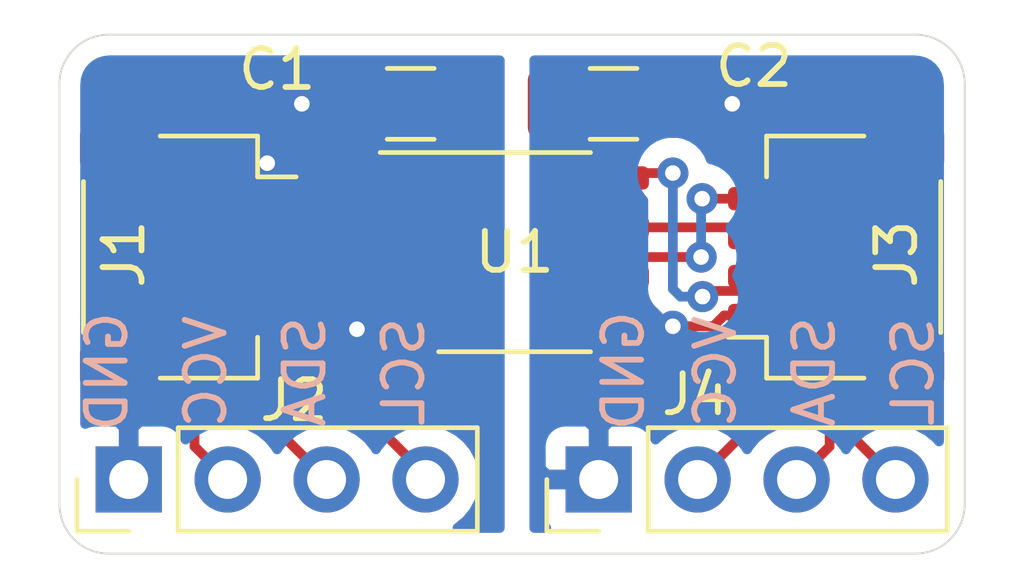
<source format=kicad_pcb>
(kicad_pcb (version 20171130) (host pcbnew "(5.1.2-1)-1")

  (general
    (thickness 1.6)
    (drawings 17)
    (tracks 82)
    (zones 0)
    (modules 7)
    (nets 9)
  )

  (page A4)
  (layers
    (0 F.Cu signal)
    (31 B.Cu signal)
    (32 B.Adhes user)
    (33 F.Adhes user)
    (34 B.Paste user)
    (35 F.Paste user)
    (36 B.SilkS user)
    (37 F.SilkS user)
    (38 B.Mask user)
    (39 F.Mask user)
    (40 Dwgs.User user)
    (41 Cmts.User user)
    (42 Eco1.User user)
    (43 Eco2.User user)
    (44 Edge.Cuts user)
    (45 Margin user)
    (46 B.CrtYd user)
    (47 F.CrtYd user)
    (48 B.Fab user)
    (49 F.Fab user)
  )

  (setup
    (last_trace_width 0.25)
    (trace_clearance 0.2)
    (zone_clearance 0.508)
    (zone_45_only no)
    (trace_min 0.2)
    (via_size 0.8)
    (via_drill 0.4)
    (via_min_size 0.4)
    (via_min_drill 0.3)
    (uvia_size 0.3)
    (uvia_drill 0.1)
    (uvias_allowed no)
    (uvia_min_size 0.2)
    (uvia_min_drill 0.1)
    (edge_width 0.05)
    (segment_width 0.2)
    (pcb_text_width 0.3)
    (pcb_text_size 1.5 1.5)
    (mod_edge_width 0.12)
    (mod_text_size 1 1)
    (mod_text_width 0.15)
    (pad_size 1.524 1.524)
    (pad_drill 0.762)
    (pad_to_mask_clearance 0.051)
    (solder_mask_min_width 0.25)
    (aux_axis_origin 0 0)
    (visible_elements FFFFFF7F)
    (pcbplotparams
      (layerselection 0x010fc_ffffffff)
      (usegerberextensions false)
      (usegerberattributes false)
      (usegerberadvancedattributes false)
      (creategerberjobfile false)
      (excludeedgelayer true)
      (linewidth 0.100000)
      (plotframeref false)
      (viasonmask false)
      (mode 1)
      (useauxorigin false)
      (hpglpennumber 1)
      (hpglpenspeed 20)
      (hpglpendiameter 15.000000)
      (psnegative false)
      (psa4output false)
      (plotreference true)
      (plotvalue true)
      (plotinvisibletext false)
      (padsonsilk false)
      (subtractmaskfromsilk false)
      (outputformat 1)
      (mirror false)
      (drillshape 1)
      (scaleselection 1)
      (outputdirectory ""))
  )

  (net 0 "")
  (net 1 /VCC1)
  (net 2 /GND1)
  (net 3 /SCL1)
  (net 4 /SDA1)
  (net 5 /VCC2)
  (net 6 /GND2)
  (net 7 /SCL2)
  (net 8 /SDA2)

  (net_class Default "This is the default net class."
    (clearance 0.2)
    (trace_width 0.25)
    (via_dia 0.8)
    (via_drill 0.4)
    (uvia_dia 0.3)
    (uvia_drill 0.1)
    (add_net /GND1)
    (add_net /GND2)
    (add_net /SCL1)
    (add_net /SCL2)
    (add_net /SDA1)
    (add_net /SDA2)
    (add_net /VCC1)
    (add_net /VCC2)
  )

  (module Connector_PinHeader_2.54mm:PinHeader_1x04_P2.54mm_Vertical (layer F.Cu) (tedit 59FED5CC) (tstamp 5D6FF36E)
    (at 157.353 98.425 90)
    (descr "Through hole straight pin header, 1x04, 2.54mm pitch, single row")
    (tags "Through hole pin header THT 1x04 2.54mm single row")
    (path /5D719BDF)
    (fp_text reference J4 (at 2.1844 2.4892 180) (layer F.SilkS)
      (effects (font (size 1 1) (thickness 0.15)))
    )
    (fp_text value header (at 0 9.95 90) (layer F.Fab)
      (effects (font (size 1 1) (thickness 0.15)))
    )
    (fp_text user %R (at 0 3.81 180) (layer F.Fab)
      (effects (font (size 1 1) (thickness 0.15)))
    )
    (fp_line (start 1.8 -1.8) (end -1.8 -1.8) (layer F.CrtYd) (width 0.05))
    (fp_line (start 1.8 9.4) (end 1.8 -1.8) (layer F.CrtYd) (width 0.05))
    (fp_line (start -1.8 9.4) (end 1.8 9.4) (layer F.CrtYd) (width 0.05))
    (fp_line (start -1.8 -1.8) (end -1.8 9.4) (layer F.CrtYd) (width 0.05))
    (fp_line (start -1.33 -1.33) (end 0 -1.33) (layer F.SilkS) (width 0.12))
    (fp_line (start -1.33 0) (end -1.33 -1.33) (layer F.SilkS) (width 0.12))
    (fp_line (start -1.33 1.27) (end 1.33 1.27) (layer F.SilkS) (width 0.12))
    (fp_line (start 1.33 1.27) (end 1.33 8.95) (layer F.SilkS) (width 0.12))
    (fp_line (start -1.33 1.27) (end -1.33 8.95) (layer F.SilkS) (width 0.12))
    (fp_line (start -1.33 8.95) (end 1.33 8.95) (layer F.SilkS) (width 0.12))
    (fp_line (start -1.27 -0.635) (end -0.635 -1.27) (layer F.Fab) (width 0.1))
    (fp_line (start -1.27 8.89) (end -1.27 -0.635) (layer F.Fab) (width 0.1))
    (fp_line (start 1.27 8.89) (end -1.27 8.89) (layer F.Fab) (width 0.1))
    (fp_line (start 1.27 -1.27) (end 1.27 8.89) (layer F.Fab) (width 0.1))
    (fp_line (start -0.635 -1.27) (end 1.27 -1.27) (layer F.Fab) (width 0.1))
    (pad 4 thru_hole oval (at 0 7.62 90) (size 1.7 1.7) (drill 1) (layers *.Cu *.Mask)
      (net 7 /SCL2))
    (pad 3 thru_hole oval (at 0 5.08 90) (size 1.7 1.7) (drill 1) (layers *.Cu *.Mask)
      (net 8 /SDA2))
    (pad 2 thru_hole oval (at 0 2.54 90) (size 1.7 1.7) (drill 1) (layers *.Cu *.Mask)
      (net 5 /VCC2))
    (pad 1 thru_hole rect (at 0 0 90) (size 1.7 1.7) (drill 1) (layers *.Cu *.Mask)
      (net 6 /GND2))
    (model ${KISYS3DMOD}/Connector_PinHeader_2.54mm.3dshapes/PinHeader_1x04_P2.54mm_Vertical.wrl
      (at (xyz 0 0 0))
      (scale (xyz 1 1 1))
      (rotate (xyz 0 0 0))
    )
  )

  (module Package_SO:SOIC-8_3.9x4.9mm_P1.27mm (layer F.Cu) (tedit 5C97300E) (tstamp 5D704871)
    (at 155.194 92.583)
    (descr "SOIC, 8 Pin (JEDEC MS-012AA, https://www.analog.com/media/en/package-pcb-resources/package/pkg_pdf/soic_narrow-r/r_8.pdf), generated with kicad-footprint-generator ipc_gullwing_generator.py")
    (tags "SOIC SO")
    (path /5D6FDEED)
    (attr smd)
    (fp_text reference U1 (at 0 0) (layer F.SilkS)
      (effects (font (size 1 1) (thickness 0.15)))
    )
    (fp_text value ISO1540 (at 0 3.4) (layer F.Fab)
      (effects (font (size 1 1) (thickness 0.15)))
    )
    (fp_text user %R (at 0 0) (layer F.Fab)
      (effects (font (size 0.98 0.98) (thickness 0.15)))
    )
    (fp_line (start 3.7 -2.7) (end -3.7 -2.7) (layer F.CrtYd) (width 0.05))
    (fp_line (start 3.7 2.7) (end 3.7 -2.7) (layer F.CrtYd) (width 0.05))
    (fp_line (start -3.7 2.7) (end 3.7 2.7) (layer F.CrtYd) (width 0.05))
    (fp_line (start -3.7 -2.7) (end -3.7 2.7) (layer F.CrtYd) (width 0.05))
    (fp_line (start -1.95 -1.475) (end -0.975 -2.45) (layer F.Fab) (width 0.1))
    (fp_line (start -1.95 2.45) (end -1.95 -1.475) (layer F.Fab) (width 0.1))
    (fp_line (start 1.95 2.45) (end -1.95 2.45) (layer F.Fab) (width 0.1))
    (fp_line (start 1.95 -2.45) (end 1.95 2.45) (layer F.Fab) (width 0.1))
    (fp_line (start -0.975 -2.45) (end 1.95 -2.45) (layer F.Fab) (width 0.1))
    (fp_line (start 0 -2.56) (end -3.45 -2.56) (layer F.SilkS) (width 0.12))
    (fp_line (start 0 -2.56) (end 1.95 -2.56) (layer F.SilkS) (width 0.12))
    (fp_line (start 0 2.56) (end -1.95 2.56) (layer F.SilkS) (width 0.12))
    (fp_line (start 0 2.56) (end 1.95 2.56) (layer F.SilkS) (width 0.12))
    (pad 8 smd roundrect (at 2.475 -1.905) (size 1.95 0.6) (layers F.Cu F.Paste F.Mask) (roundrect_rratio 0.25)
      (net 5 /VCC2))
    (pad 7 smd roundrect (at 2.475 -0.635) (size 1.95 0.6) (layers F.Cu F.Paste F.Mask) (roundrect_rratio 0.25)
      (net 8 /SDA2))
    (pad 6 smd roundrect (at 2.475 0.635) (size 1.95 0.6) (layers F.Cu F.Paste F.Mask) (roundrect_rratio 0.25)
      (net 7 /SCL2))
    (pad 5 smd roundrect (at 2.475 1.905) (size 1.95 0.6) (layers F.Cu F.Paste F.Mask) (roundrect_rratio 0.25)
      (net 6 /GND2))
    (pad 4 smd roundrect (at -2.475 1.905) (size 1.95 0.6) (layers F.Cu F.Paste F.Mask) (roundrect_rratio 0.25)
      (net 2 /GND1))
    (pad 3 smd roundrect (at -2.475 0.635) (size 1.95 0.6) (layers F.Cu F.Paste F.Mask) (roundrect_rratio 0.25)
      (net 3 /SCL1))
    (pad 2 smd roundrect (at -2.475 -0.635) (size 1.95 0.6) (layers F.Cu F.Paste F.Mask) (roundrect_rratio 0.25)
      (net 4 /SDA1))
    (pad 1 smd roundrect (at -2.475 -1.905) (size 1.95 0.6) (layers F.Cu F.Paste F.Mask) (roundrect_rratio 0.25)
      (net 1 /VCC1))
    (model ${KISYS3DMOD}/Package_SO.3dshapes/SOIC-8_3.9x4.9mm_P1.27mm.wrl
      (at (xyz 0 0 0))
      (scale (xyz 1 1 1))
      (rotate (xyz 0 0 0))
    )
  )

  (module Connector_JST:JST_SH_SM04B-SRSS-TB_1x04-1MP_P1.00mm_Horizontal (layer F.Cu) (tedit 5B78AD87) (tstamp 5D6FF3BC)
    (at 163.449 92.71 90)
    (descr "JST SH series connector, SM04B-SRSS-TB (http://www.jst-mfg.com/product/pdf/eng/eSH.pdf), generated with kicad-footprint-generator")
    (tags "connector JST SH top entry")
    (path /5D72AD01)
    (attr smd)
    (fp_text reference J3 (at 0.0762 1.5494 90) (layer F.SilkS)
      (effects (font (size 1 1) (thickness 0.15)))
    )
    (fp_text value qwiik (at 0 3.98 90) (layer F.Fab)
      (effects (font (size 1 1) (thickness 0.15)))
    )
    (fp_text user %R (at -0.127 0.1016 90) (layer F.Fab)
      (effects (font (size 1 1) (thickness 0.15)))
    )
    (fp_line (start -1.5 -0.967893) (end -1 -1.675) (layer F.Fab) (width 0.1))
    (fp_line (start -2 -1.675) (end -1.5 -0.967893) (layer F.Fab) (width 0.1))
    (fp_line (start 3.9 -3.28) (end -3.9 -3.28) (layer F.CrtYd) (width 0.05))
    (fp_line (start 3.9 3.28) (end 3.9 -3.28) (layer F.CrtYd) (width 0.05))
    (fp_line (start -3.9 3.28) (end 3.9 3.28) (layer F.CrtYd) (width 0.05))
    (fp_line (start -3.9 -3.28) (end -3.9 3.28) (layer F.CrtYd) (width 0.05))
    (fp_line (start 3 -1.675) (end 3 2.575) (layer F.Fab) (width 0.1))
    (fp_line (start -3 -1.675) (end -3 2.575) (layer F.Fab) (width 0.1))
    (fp_line (start -3 2.575) (end 3 2.575) (layer F.Fab) (width 0.1))
    (fp_line (start -1.94 2.685) (end 1.94 2.685) (layer F.SilkS) (width 0.12))
    (fp_line (start 3.11 -1.785) (end 2.06 -1.785) (layer F.SilkS) (width 0.12))
    (fp_line (start 3.11 0.715) (end 3.11 -1.785) (layer F.SilkS) (width 0.12))
    (fp_line (start -2.06 -1.785) (end -2.06 -2.775) (layer F.SilkS) (width 0.12))
    (fp_line (start -3.11 -1.785) (end -2.06 -1.785) (layer F.SilkS) (width 0.12))
    (fp_line (start -3.11 0.715) (end -3.11 -1.785) (layer F.SilkS) (width 0.12))
    (fp_line (start -3 -1.675) (end 3 -1.675) (layer F.Fab) (width 0.1))
    (pad MP smd roundrect (at 2.8 1.875 90) (size 1.2 1.8) (layers F.Cu F.Paste F.Mask) (roundrect_rratio 0.208333))
    (pad MP smd roundrect (at -2.8 1.875 90) (size 1.2 1.8) (layers F.Cu F.Paste F.Mask) (roundrect_rratio 0.208333))
    (pad 4 smd roundrect (at 1.5 -2 90) (size 0.6 1.55) (layers F.Cu F.Paste F.Mask) (roundrect_rratio 0.25)
      (net 7 /SCL2))
    (pad 3 smd roundrect (at 0.5 -2 90) (size 0.6 1.55) (layers F.Cu F.Paste F.Mask) (roundrect_rratio 0.25)
      (net 8 /SDA2))
    (pad 2 smd roundrect (at -0.5 -2 90) (size 0.6 1.55) (layers F.Cu F.Paste F.Mask) (roundrect_rratio 0.25)
      (net 5 /VCC2))
    (pad 1 smd roundrect (at -1.5 -2 90) (size 0.6 1.55) (layers F.Cu F.Paste F.Mask) (roundrect_rratio 0.25)
      (net 6 /GND2))
    (model ${KISYS3DMOD}/Connector_JST.3dshapes/JST_SH_SM04B-SRSS-TB_1x04-1MP_P1.00mm_Horizontal.wrl
      (at (xyz 0 0 0))
      (scale (xyz 1 1 1))
      (rotate (xyz 0 0 0))
    )
  )

  (module Connector_PinHeader_2.54mm:PinHeader_1x04_P2.54mm_Vertical (layer F.Cu) (tedit 59FED5CC) (tstamp 5D704815)
    (at 145.288 98.425 90)
    (descr "Through hole straight pin header, 1x04, 2.54mm pitch, single row")
    (tags "Through hole pin header THT 1x04 2.54mm single row")
    (path /5D700BE0)
    (fp_text reference J2 (at 2.032 4.2418 180) (layer F.SilkS)
      (effects (font (size 1 1) (thickness 0.15)))
    )
    (fp_text value header (at 0 9.95 90) (layer F.Fab)
      (effects (font (size 1 1) (thickness 0.15)))
    )
    (fp_text user %R (at 0 3.81) (layer F.Fab)
      (effects (font (size 1 1) (thickness 0.15)))
    )
    (fp_line (start 1.8 -1.8) (end -1.8 -1.8) (layer F.CrtYd) (width 0.05))
    (fp_line (start 1.8 9.4) (end 1.8 -1.8) (layer F.CrtYd) (width 0.05))
    (fp_line (start -1.8 9.4) (end 1.8 9.4) (layer F.CrtYd) (width 0.05))
    (fp_line (start -1.8 -1.8) (end -1.8 9.4) (layer F.CrtYd) (width 0.05))
    (fp_line (start -1.33 -1.33) (end 0 -1.33) (layer F.SilkS) (width 0.12))
    (fp_line (start -1.33 0) (end -1.33 -1.33) (layer F.SilkS) (width 0.12))
    (fp_line (start -1.33 1.27) (end 1.33 1.27) (layer F.SilkS) (width 0.12))
    (fp_line (start 1.33 1.27) (end 1.33 8.95) (layer F.SilkS) (width 0.12))
    (fp_line (start -1.33 1.27) (end -1.33 8.95) (layer F.SilkS) (width 0.12))
    (fp_line (start -1.33 8.95) (end 1.33 8.95) (layer F.SilkS) (width 0.12))
    (fp_line (start -1.27 -0.635) (end -0.635 -1.27) (layer F.Fab) (width 0.1))
    (fp_line (start -1.27 8.89) (end -1.27 -0.635) (layer F.Fab) (width 0.1))
    (fp_line (start 1.27 8.89) (end -1.27 8.89) (layer F.Fab) (width 0.1))
    (fp_line (start 1.27 -1.27) (end 1.27 8.89) (layer F.Fab) (width 0.1))
    (fp_line (start -0.635 -1.27) (end 1.27 -1.27) (layer F.Fab) (width 0.1))
    (pad 4 thru_hole oval (at 0 7.62 90) (size 1.7 1.7) (drill 1) (layers *.Cu *.Mask)
      (net 3 /SCL1))
    (pad 3 thru_hole oval (at 0 5.08 90) (size 1.7 1.7) (drill 1) (layers *.Cu *.Mask)
      (net 4 /SDA1))
    (pad 2 thru_hole oval (at 0 2.54 90) (size 1.7 1.7) (drill 1) (layers *.Cu *.Mask)
      (net 1 /VCC1))
    (pad 1 thru_hole rect (at 0 0 90) (size 1.7 1.7) (drill 1) (layers *.Cu *.Mask)
      (net 2 /GND1))
    (model ${KISYS3DMOD}/Connector_PinHeader_2.54mm.3dshapes/PinHeader_1x04_P2.54mm_Vertical.wrl
      (at (xyz 0 0 0))
      (scale (xyz 1 1 1))
      (rotate (xyz 0 0 0))
    )
  )

  (module Connector_JST:JST_SH_SM04B-SRSS-TB_1x04-1MP_P1.00mm_Horizontal (layer F.Cu) (tedit 5B78AD87) (tstamp 5D705500)
    (at 146.812 92.71 270)
    (descr "JST SH series connector, SM04B-SRSS-TB (http://www.jst-mfg.com/product/pdf/eng/eSH.pdf), generated with kicad-footprint-generator")
    (tags "connector JST SH top entry")
    (path /5D72FCD4)
    (attr smd)
    (fp_text reference J1 (at -0.0762 1.651 90) (layer F.SilkS)
      (effects (font (size 1 1) (thickness 0.15)))
    )
    (fp_text value qwiik (at 0 3.98 90) (layer F.Fab)
      (effects (font (size 1 1) (thickness 0.15)))
    )
    (fp_text user %R (at 0 0 180) (layer F.Fab)
      (effects (font (size 1 1) (thickness 0.15)))
    )
    (fp_line (start -1.5 -0.967893) (end -1 -1.675) (layer F.Fab) (width 0.1))
    (fp_line (start -2 -1.675) (end -1.5 -0.967893) (layer F.Fab) (width 0.1))
    (fp_line (start 3.9 -3.28) (end -3.9 -3.28) (layer F.CrtYd) (width 0.05))
    (fp_line (start 3.9 3.28) (end 3.9 -3.28) (layer F.CrtYd) (width 0.05))
    (fp_line (start -3.9 3.28) (end 3.9 3.28) (layer F.CrtYd) (width 0.05))
    (fp_line (start -3.9 -3.28) (end -3.9 3.28) (layer F.CrtYd) (width 0.05))
    (fp_line (start 3 -1.675) (end 3 2.575) (layer F.Fab) (width 0.1))
    (fp_line (start -3 -1.675) (end -3 2.575) (layer F.Fab) (width 0.1))
    (fp_line (start -3 2.575) (end 3 2.575) (layer F.Fab) (width 0.1))
    (fp_line (start -1.94 2.685) (end 1.94 2.685) (layer F.SilkS) (width 0.12))
    (fp_line (start 3.11 -1.785) (end 2.06 -1.785) (layer F.SilkS) (width 0.12))
    (fp_line (start 3.11 0.715) (end 3.11 -1.785) (layer F.SilkS) (width 0.12))
    (fp_line (start -2.06 -1.785) (end -2.06 -2.775) (layer F.SilkS) (width 0.12))
    (fp_line (start -3.11 -1.785) (end -2.06 -1.785) (layer F.SilkS) (width 0.12))
    (fp_line (start -3.11 0.715) (end -3.11 -1.785) (layer F.SilkS) (width 0.12))
    (fp_line (start -3 -1.675) (end 3 -1.675) (layer F.Fab) (width 0.1))
    (pad MP smd roundrect (at 2.8 1.875 270) (size 1.2 1.8) (layers F.Cu F.Paste F.Mask) (roundrect_rratio 0.208333))
    (pad MP smd roundrect (at -2.8 1.875 270) (size 1.2 1.8) (layers F.Cu F.Paste F.Mask) (roundrect_rratio 0.208333))
    (pad 4 smd roundrect (at 1.5 -2 270) (size 0.6 1.55) (layers F.Cu F.Paste F.Mask) (roundrect_rratio 0.25)
      (net 3 /SCL1))
    (pad 3 smd roundrect (at 0.5 -2 270) (size 0.6 1.55) (layers F.Cu F.Paste F.Mask) (roundrect_rratio 0.25)
      (net 4 /SDA1))
    (pad 2 smd roundrect (at -0.5 -2 270) (size 0.6 1.55) (layers F.Cu F.Paste F.Mask) (roundrect_rratio 0.25)
      (net 1 /VCC1))
    (pad 1 smd roundrect (at -1.5 -2 270) (size 0.6 1.55) (layers F.Cu F.Paste F.Mask) (roundrect_rratio 0.25)
      (net 2 /GND1))
    (model ${KISYS3DMOD}/Connector_JST.3dshapes/JST_SH_SM04B-SRSS-TB_1x04-1MP_P1.00mm_Horizontal.wrl
      (at (xyz 0 0 0))
      (scale (xyz 1 1 1))
      (rotate (xyz 0 0 0))
    )
  )

  (module Capacitor_SMD:C_1206_3216Metric_Pad1.42x1.75mm_HandSolder (layer F.Cu) (tedit 5B301BBE) (tstamp 5D7047E2)
    (at 157.734 88.773 180)
    (descr "Capacitor SMD 1206 (3216 Metric), square (rectangular) end terminal, IPC_7351 nominal with elongated pad for handsoldering. (Body size source: http://www.tortai-tech.com/upload/download/2011102023233369053.pdf), generated with kicad-footprint-generator")
    (tags "capacitor handsolder")
    (path /5D722D4D)
    (attr smd)
    (fp_text reference C2 (at -3.6068 0.9652) (layer F.SilkS)
      (effects (font (size 1 1) (thickness 0.15)))
    )
    (fp_text value 0.1u (at 0 1.82) (layer F.Fab)
      (effects (font (size 1 1) (thickness 0.15)))
    )
    (fp_text user %R (at 0 0) (layer F.Fab)
      (effects (font (size 0.8 0.8) (thickness 0.12)))
    )
    (fp_line (start 2.45 1.12) (end -2.45 1.12) (layer F.CrtYd) (width 0.05))
    (fp_line (start 2.45 -1.12) (end 2.45 1.12) (layer F.CrtYd) (width 0.05))
    (fp_line (start -2.45 -1.12) (end 2.45 -1.12) (layer F.CrtYd) (width 0.05))
    (fp_line (start -2.45 1.12) (end -2.45 -1.12) (layer F.CrtYd) (width 0.05))
    (fp_line (start -0.602064 0.91) (end 0.602064 0.91) (layer F.SilkS) (width 0.12))
    (fp_line (start -0.602064 -0.91) (end 0.602064 -0.91) (layer F.SilkS) (width 0.12))
    (fp_line (start 1.6 0.8) (end -1.6 0.8) (layer F.Fab) (width 0.1))
    (fp_line (start 1.6 -0.8) (end 1.6 0.8) (layer F.Fab) (width 0.1))
    (fp_line (start -1.6 -0.8) (end 1.6 -0.8) (layer F.Fab) (width 0.1))
    (fp_line (start -1.6 0.8) (end -1.6 -0.8) (layer F.Fab) (width 0.1))
    (pad 2 smd roundrect (at 1.4875 0 180) (size 1.425 1.75) (layers F.Cu F.Paste F.Mask) (roundrect_rratio 0.175439)
      (net 5 /VCC2))
    (pad 1 smd roundrect (at -1.4875 0 180) (size 1.425 1.75) (layers F.Cu F.Paste F.Mask) (roundrect_rratio 0.175439)
      (net 6 /GND2))
    (model ${KISYS3DMOD}/Capacitor_SMD.3dshapes/C_1206_3216Metric.wrl
      (at (xyz 0 0 0))
      (scale (xyz 1 1 1))
      (rotate (xyz 0 0 0))
    )
  )

  (module Capacitor_SMD:C_1206_3216Metric_Pad1.42x1.75mm_HandSolder (layer F.Cu) (tedit 5B301BBE) (tstamp 5D7047D1)
    (at 152.527 88.773)
    (descr "Capacitor SMD 1206 (3216 Metric), square (rectangular) end terminal, IPC_7351 nominal with elongated pad for handsoldering. (Body size source: http://www.tortai-tech.com/upload/download/2011102023233369053.pdf), generated with kicad-footprint-generator")
    (tags "capacitor handsolder")
    (path /5D727A8B)
    (attr smd)
    (fp_text reference C1 (at -3.429 -0.889) (layer F.SilkS)
      (effects (font (size 1 1) (thickness 0.15)))
    )
    (fp_text value 0.1u (at 0 1.82) (layer F.Fab)
      (effects (font (size 1 1) (thickness 0.15)))
    )
    (fp_text user %R (at -0.0127 0 180) (layer F.Fab)
      (effects (font (size 0.8 0.8) (thickness 0.12)))
    )
    (fp_line (start 2.45 1.12) (end -2.45 1.12) (layer F.CrtYd) (width 0.05))
    (fp_line (start 2.45 -1.12) (end 2.45 1.12) (layer F.CrtYd) (width 0.05))
    (fp_line (start -2.45 -1.12) (end 2.45 -1.12) (layer F.CrtYd) (width 0.05))
    (fp_line (start -2.45 1.12) (end -2.45 -1.12) (layer F.CrtYd) (width 0.05))
    (fp_line (start -0.602064 0.91) (end 0.602064 0.91) (layer F.SilkS) (width 0.12))
    (fp_line (start -0.602064 -0.91) (end 0.602064 -0.91) (layer F.SilkS) (width 0.12))
    (fp_line (start 1.6 0.8) (end -1.6 0.8) (layer F.Fab) (width 0.1))
    (fp_line (start 1.6 -0.8) (end 1.6 0.8) (layer F.Fab) (width 0.1))
    (fp_line (start -1.6 -0.8) (end 1.6 -0.8) (layer F.Fab) (width 0.1))
    (fp_line (start -1.6 0.8) (end -1.6 -0.8) (layer F.Fab) (width 0.1))
    (pad 2 smd roundrect (at 1.4875 0) (size 1.425 1.75) (layers F.Cu F.Paste F.Mask) (roundrect_rratio 0.175439)
      (net 1 /VCC1))
    (pad 1 smd roundrect (at -1.4875 0) (size 1.425 1.75) (layers F.Cu F.Paste F.Mask) (roundrect_rratio 0.175439)
      (net 2 /GND1))
    (model ${KISYS3DMOD}/Capacitor_SMD.3dshapes/C_1206_3216Metric.wrl
      (at (xyz 0 0 0))
      (scale (xyz 1 1 1))
      (rotate (xyz 0 0 0))
    )
  )

  (gr_text SCL (at 165.4302 95.6564 90) (layer B.SilkS) (tstamp 5D6FF412)
    (effects (font (size 1 1) (thickness 0.15)) (justify mirror))
  )
  (gr_text SDA (at 162.8902 95.6564 90) (layer B.SilkS) (tstamp 5D6FF411)
    (effects (font (size 1 1) (thickness 0.15)) (justify mirror))
  )
  (gr_text VCC (at 160.3502 95.6564 90) (layer B.SilkS) (tstamp 5D6FF410)
    (effects (font (size 1 1) (thickness 0.15)) (justify mirror))
  )
  (gr_text SCL (at 152.3492 95.6564 90) (layer B.SilkS) (tstamp 5D6FF3F1)
    (effects (font (size 1 1) (thickness 0.15)) (justify mirror))
  )
  (gr_text SDA (at 149.8092 95.6564 90) (layer B.SilkS) (tstamp 5D6FF3F4)
    (effects (font (size 1 1) (thickness 0.15)) (justify mirror))
  )
  (gr_text VCC (at 147.2692 95.6564 90) (layer B.SilkS) (tstamp 5D6FF3F7)
    (effects (font (size 1 1) (thickness 0.15)) (justify mirror))
  )
  (gr_text GND (at 144.7292 95.6564 90) (layer B.SilkS) (tstamp 5D6FF3FA)
    (effects (font (size 1 1) (thickness 0.15)) (justify mirror))
  )
  (gr_text GND (at 157.988 95.631 90) (layer B.SilkS)
    (effects (font (size 1 1) (thickness 0.15)) (justify mirror))
  )
  (gr_line (start 143.51 88.265) (end 143.51 97.79) (layer Edge.Cuts) (width 0.05) (tstamp 5D70656E))
  (gr_line (start 165.481 86.995) (end 144.78 86.995) (layer Edge.Cuts) (width 0.05) (tstamp 5D70656D))
  (gr_line (start 166.751 99.06) (end 166.751 88.265) (layer Edge.Cuts) (width 0.05) (tstamp 5D6FF3A0))
  (gr_line (start 144.78 100.33) (end 165.481 100.33) (layer Edge.Cuts) (width 0.05) (tstamp 5D70656B))
  (gr_line (start 143.51 97.79) (end 143.51 99.06) (layer Edge.Cuts) (width 0.05) (tstamp 5D70606A))
  (gr_arc (start 165.481 99.06) (end 165.481 100.33) (angle -90) (layer Edge.Cuts) (width 0.05))
  (gr_arc (start 144.78 99.06) (end 143.51 99.06) (angle -90) (layer Edge.Cuts) (width 0.05))
  (gr_arc (start 144.78 88.265) (end 144.78 86.995) (angle -90) (layer Edge.Cuts) (width 0.05))
  (gr_arc (start 165.481 88.265) (end 166.751 88.265) (angle -90) (layer Edge.Cuts) (width 0.05))

  (segment (start 152.719 90.278) (end 152.719 90.678) (width 0.25) (layer F.Cu) (net 1))
  (segment (start 152.719 89.256) (end 152.719 90.278) (width 0.25) (layer F.Cu) (net 1))
  (segment (start 153.202 88.773) (end 152.719 89.256) (width 0.25) (layer F.Cu) (net 1))
  (segment (start 154.0145 88.773) (end 153.202 88.773) (width 0.25) (layer F.Cu) (net 1))
  (segment (start 149.687 92.21) (end 148.812 92.21) (width 0.25) (layer F.Cu) (net 1))
  (segment (start 150.84829 91.04871) (end 149.687 92.21) (width 0.25) (layer F.Cu) (net 1))
  (segment (start 152.34829 91.04871) (end 150.84829 91.04871) (width 0.25) (layer F.Cu) (net 1))
  (segment (start 152.719 90.678) (end 152.34829 91.04871) (width 0.25) (layer F.Cu) (net 1))
  (segment (start 147.937 92.21) (end 148.812 92.21) (width 0.25) (layer F.Cu) (net 1))
  (segment (start 147.828 98.425) (end 146.978001 97.575001) (width 0.25) (layer F.Cu) (net 1))
  (segment (start 146.978001 97.575001) (end 146.978001 93.168999) (width 0.25) (layer F.Cu) (net 1))
  (segment (start 146.978001 93.168999) (end 147.937 92.21) (width 0.25) (layer F.Cu) (net 1))
  (segment (start 151.0395 88.773) (end 150.227 88.773) (width 0.25) (layer F.Cu) (net 2))
  (via (at 149.733 88.773) (size 0.8) (drill 0.4) (layers F.Cu B.Cu) (net 2))
  (segment (start 150.227 88.773) (end 149.733 88.773) (width 0.25) (layer F.Cu) (net 2))
  (via (at 148.844 90.297) (size 0.8) (drill 0.4) (layers F.Cu B.Cu) (net 2))
  (segment (start 148.812 90.329) (end 148.844 90.297) (width 0.25) (layer F.Cu) (net 2))
  (segment (start 148.812 91.21) (end 148.812 90.329) (width 0.25) (layer F.Cu) (net 2))
  (via (at 151.147705 94.5643) (size 0.8) (drill 0.4) (layers F.Cu B.Cu) (net 2))
  (segment (start 152.719 94.488) (end 151.224005 94.488) (width 0.25) (layer F.Cu) (net 2))
  (segment (start 151.224005 94.488) (end 151.147705 94.5643) (width 0.25) (layer F.Cu) (net 2))
  (segment (start 152.09771 93.83929) (end 152.34829 93.58871) (width 0.25) (layer F.Cu) (net 3))
  (segment (start 152.34829 93.58871) (end 152.719 93.218) (width 0.25) (layer F.Cu) (net 3))
  (segment (start 149.18271 93.83929) (end 152.09771 93.83929) (width 0.25) (layer F.Cu) (net 3))
  (segment (start 148.812 94.21) (end 149.18271 93.83929) (width 0.25) (layer F.Cu) (net 3))
  (segment (start 152.908 98.306) (end 152.908 98.425) (width 0.25) (layer F.Cu) (net 3))
  (segment (start 148.812 94.21) (end 152.908 98.306) (width 0.25) (layer F.Cu) (net 3))
  (segment (start 147.937 93.21) (end 148.812 93.21) (width 0.25) (layer F.Cu) (net 4))
  (segment (start 147.71199 93.43501) (end 147.937 93.21) (width 0.25) (layer F.Cu) (net 4))
  (segment (start 150.368 98.425) (end 147.71199 95.76899) (width 0.25) (layer F.Cu) (net 4))
  (segment (start 147.71199 95.76899) (end 147.71199 93.43501) (width 0.25) (layer F.Cu) (net 4))
  (segment (start 152.34829 92.31871) (end 150.57829 92.31871) (width 0.25) (layer F.Cu) (net 4))
  (segment (start 149.687 93.21) (end 148.812 93.21) (width 0.25) (layer F.Cu) (net 4))
  (segment (start 150.57829 92.31871) (end 149.687 93.21) (width 0.25) (layer F.Cu) (net 4))
  (segment (start 152.719 91.948) (end 152.34829 92.31871) (width 0.25) (layer F.Cu) (net 4))
  (segment (start 159.893 98.425) (end 162.56 95.758) (width 0.25) (layer F.Cu) (net 5))
  (segment (start 162.324 93.21) (end 161.449 93.21) (width 0.25) (layer F.Cu) (net 5))
  (segment (start 162.56 93.446) (end 162.324 93.21) (width 0.25) (layer F.Cu) (net 5))
  (segment (start 162.56 95.758) (end 162.56 93.446) (width 0.25) (layer F.Cu) (net 5))
  (segment (start 156.2465 89.2555) (end 157.669 90.678) (width 0.25) (layer F.Cu) (net 5))
  (segment (start 156.2465 88.773) (end 156.2465 89.2555) (width 0.25) (layer F.Cu) (net 5))
  (segment (start 161.07829 93.58071) (end 159.91129 93.58071) (width 0.25) (layer F.Cu) (net 5))
  (segment (start 161.449 93.21) (end 161.07829 93.58071) (width 0.25) (layer F.Cu) (net 5))
  (via (at 160.02 93.726) (size 0.8) (drill 0.4) (layers F.Cu B.Cu) (net 5))
  (segment (start 160.02 93.68942) (end 160.02 93.726) (width 0.25) (layer F.Cu) (net 5))
  (segment (start 159.91129 93.58071) (end 160.02 93.68942) (width 0.25) (layer F.Cu) (net 5))
  (segment (start 159.454315 93.726) (end 159.258 93.529685) (width 0.25) (layer B.Cu) (net 5))
  (segment (start 160.02 93.726) (end 159.454315 93.726) (width 0.25) (layer B.Cu) (net 5))
  (via (at 159.258 90.551) (size 0.8) (drill 0.4) (layers F.Cu B.Cu) (net 5))
  (segment (start 159.258 93.529685) (end 159.258 90.551) (width 0.25) (layer B.Cu) (net 5))
  (segment (start 157.796 90.551) (end 157.669 90.678) (width 0.25) (layer F.Cu) (net 5))
  (segment (start 159.258 90.551) (end 157.796 90.551) (width 0.25) (layer F.Cu) (net 5))
  (segment (start 157.669 94.488) (end 159.258 94.488) (width 0.25) (layer F.Cu) (net 6))
  (via (at 159.258 94.488) (size 0.8) (drill 0.4) (layers F.Cu B.Cu) (net 6))
  (segment (start 160.296 94.488) (end 159.823685 94.488) (width 0.25) (layer F.Cu) (net 6))
  (segment (start 161.449 94.21) (end 160.574 94.21) (width 0.25) (layer F.Cu) (net 6))
  (segment (start 159.823685 94.488) (end 159.258 94.488) (width 0.25) (layer F.Cu) (net 6))
  (segment (start 160.574 94.21) (end 160.296 94.488) (width 0.25) (layer F.Cu) (net 6))
  (segment (start 159.2215 88.773) (end 160.034 88.773) (width 0.25) (layer F.Cu) (net 6))
  (via (at 160.782 88.773) (size 0.8) (drill 0.4) (layers F.Cu B.Cu) (net 6))
  (segment (start 160.034 88.773) (end 160.782 88.773) (width 0.25) (layer F.Cu) (net 6))
  (segment (start 162.266478 91.58071) (end 163.957 93.271232) (width 0.25) (layer F.Cu) (net 7))
  (segment (start 161.81971 91.58071) (end 162.266478 91.58071) (width 0.25) (layer F.Cu) (net 7))
  (segment (start 161.449 91.21) (end 161.81971 91.58071) (width 0.25) (layer F.Cu) (net 7))
  (segment (start 163.957 97.409) (end 164.43529 97.88729) (width 0.25) (layer F.Cu) (net 7))
  (segment (start 163.957 93.271232) (end 163.957 97.409) (width 0.25) (layer F.Cu) (net 7))
  (via (at 159.98301 92.71) (size 0.8) (drill 0.4) (layers F.Cu B.Cu) (net 7))
  (segment (start 158.177 92.71) (end 159.417325 92.71) (width 0.25) (layer F.Cu) (net 7))
  (segment (start 157.669 93.218) (end 158.177 92.71) (width 0.25) (layer F.Cu) (net 7))
  (segment (start 159.417325 92.71) (end 159.98301 92.71) (width 0.25) (layer F.Cu) (net 7))
  (segment (start 161.449 91.21) (end 160.010394 91.21) (width 0.25) (layer F.Cu) (net 7))
  (segment (start 159.98301 91.237132) (end 160.010268 91.209874) (width 0.25) (layer B.Cu) (net 7))
  (segment (start 160.010394 91.21) (end 160.010268 91.209874) (width 0.25) (layer F.Cu) (net 7))
  (via (at 160.010268 91.209874) (size 0.8) (drill 0.4) (layers F.Cu B.Cu) (net 7))
  (segment (start 159.98301 92.71) (end 159.98301 91.237132) (width 0.25) (layer B.Cu) (net 7))
  (segment (start 161.81971 92.58071) (end 161.449 92.21) (width 0.25) (layer F.Cu) (net 8))
  (segment (start 162.630068 92.58071) (end 161.81971 92.58071) (width 0.25) (layer F.Cu) (net 8))
  (segment (start 163.282999 93.233641) (end 162.630068 92.58071) (width 0.25) (layer F.Cu) (net 8))
  (segment (start 162.433 98.425) (end 163.282999 97.575001) (width 0.25) (layer F.Cu) (net 8))
  (segment (start 163.282999 97.575001) (end 163.282999 93.233641) (width 0.25) (layer F.Cu) (net 8))
  (segment (start 161.187 91.948) (end 161.449 92.21) (width 0.25) (layer F.Cu) (net 8))
  (segment (start 157.669 91.948) (end 161.187 91.948) (width 0.25) (layer F.Cu) (net 8))

  (zone (net 6) (net_name /GND2) (layer B.Cu) (tstamp 5D6FF39D) (hatch edge 0.508)
    (connect_pads (clearance 0.508))
    (min_thickness 0.254)
    (fill yes (arc_segments 32) (thermal_gap 0.508) (thermal_bridge_width 0.508))
    (polygon
      (pts
        (xy 167.005 86.995) (xy 155.575 86.995) (xy 155.575 100.33) (xy 167.005 100.33)
      )
    )
    (filled_polygon
      (pts
        (xy 165.598869 87.669722) (xy 165.712246 87.703953) (xy 165.816819 87.759555) (xy 165.908596 87.834407) (xy 165.984091 87.925664)
        (xy 166.040419 88.029844) (xy 166.07544 88.142976) (xy 166.091001 88.291031) (xy 166.091 97.446469) (xy 166.028134 97.369866)
        (xy 165.802014 97.184294) (xy 165.544034 97.046401) (xy 165.264111 96.961487) (xy 165.04595 96.94) (xy 164.90005 96.94)
        (xy 164.681889 96.961487) (xy 164.401966 97.046401) (xy 164.143986 97.184294) (xy 163.917866 97.369866) (xy 163.732294 97.595986)
        (xy 163.703 97.650791) (xy 163.673706 97.595986) (xy 163.488134 97.369866) (xy 163.262014 97.184294) (xy 163.004034 97.046401)
        (xy 162.724111 96.961487) (xy 162.50595 96.94) (xy 162.36005 96.94) (xy 162.141889 96.961487) (xy 161.861966 97.046401)
        (xy 161.603986 97.184294) (xy 161.377866 97.369866) (xy 161.192294 97.595986) (xy 161.163 97.650791) (xy 161.133706 97.595986)
        (xy 160.948134 97.369866) (xy 160.722014 97.184294) (xy 160.464034 97.046401) (xy 160.184111 96.961487) (xy 159.96595 96.94)
        (xy 159.82005 96.94) (xy 159.601889 96.961487) (xy 159.321966 97.046401) (xy 159.063986 97.184294) (xy 158.837866 97.369866)
        (xy 158.813393 97.399687) (xy 158.792502 97.33082) (xy 158.733537 97.220506) (xy 158.654185 97.123815) (xy 158.557494 97.044463)
        (xy 158.44718 96.985498) (xy 158.327482 96.949188) (xy 158.203 96.936928) (xy 157.63875 96.94) (xy 157.48 97.09875)
        (xy 157.48 98.298) (xy 157.5 98.298) (xy 157.5 98.552) (xy 157.48 98.552) (xy 157.48 98.572)
        (xy 157.226 98.572) (xy 157.226 98.552) (xy 156.02675 98.552) (xy 155.868 98.71075) (xy 155.864928 99.275)
        (xy 155.877188 99.399482) (xy 155.913498 99.51918) (xy 155.972463 99.629494) (xy 156.005705 99.67) (xy 155.702 99.67)
        (xy 155.702 97.575) (xy 155.864928 97.575) (xy 155.868 98.13925) (xy 156.02675 98.298) (xy 157.226 98.298)
        (xy 157.226 97.09875) (xy 157.06725 96.94) (xy 156.503 96.936928) (xy 156.378518 96.949188) (xy 156.25882 96.985498)
        (xy 156.148506 97.044463) (xy 156.051815 97.123815) (xy 155.972463 97.220506) (xy 155.913498 97.33082) (xy 155.877188 97.450518)
        (xy 155.864928 97.575) (xy 155.702 97.575) (xy 155.702 90.449061) (xy 158.223 90.449061) (xy 158.223 90.652939)
        (xy 158.262774 90.852898) (xy 158.340795 91.041256) (xy 158.454063 91.210774) (xy 158.498001 91.254712) (xy 158.498 93.492362)
        (xy 158.494324 93.529685) (xy 158.498 93.567007) (xy 158.498 93.567017) (xy 158.508997 93.67867) (xy 158.529118 93.745)
        (xy 158.552454 93.821931) (xy 158.623026 93.953961) (xy 158.662871 94.002511) (xy 158.717999 94.069686) (xy 158.747003 94.093489)
        (xy 158.890511 94.236997) (xy 158.914314 94.266001) (xy 159.030039 94.360974) (xy 159.162068 94.431546) (xy 159.305276 94.474987)
        (xy 159.360226 94.529937) (xy 159.529744 94.643205) (xy 159.718102 94.721226) (xy 159.918061 94.761) (xy 160.121939 94.761)
        (xy 160.321898 94.721226) (xy 160.510256 94.643205) (xy 160.679774 94.529937) (xy 160.823937 94.385774) (xy 160.937205 94.216256)
        (xy 161.015226 94.027898) (xy 161.055 93.827939) (xy 161.055 93.624061) (xy 161.015226 93.424102) (xy 160.937205 93.235744)
        (xy 160.905296 93.187989) (xy 160.978236 93.011898) (xy 161.01801 92.811939) (xy 161.01801 92.608061) (xy 160.978236 92.408102)
        (xy 160.900215 92.219744) (xy 160.786947 92.050226) (xy 160.74301 92.006289) (xy 160.74301 91.940843) (xy 160.814205 91.869648)
        (xy 160.927473 91.70013) (xy 161.005494 91.511772) (xy 161.045268 91.311813) (xy 161.045268 91.107935) (xy 161.005494 90.907976)
        (xy 160.927473 90.719618) (xy 160.814205 90.5501) (xy 160.670042 90.405937) (xy 160.500524 90.292669) (xy 160.312166 90.214648)
        (xy 160.232381 90.198778) (xy 160.175205 90.060744) (xy 160.061937 89.891226) (xy 159.917774 89.747063) (xy 159.748256 89.633795)
        (xy 159.559898 89.555774) (xy 159.359939 89.516) (xy 159.156061 89.516) (xy 158.956102 89.555774) (xy 158.767744 89.633795)
        (xy 158.598226 89.747063) (xy 158.454063 89.891226) (xy 158.340795 90.060744) (xy 158.262774 90.249102) (xy 158.223 90.449061)
        (xy 155.702 90.449061) (xy 155.702 87.655) (xy 165.448721 87.655)
      )
    )
  )
  (zone (net 2) (net_name /GND1) (layer B.Cu) (tstamp 0) (hatch edge 0.508)
    (connect_pads (clearance 0.508))
    (min_thickness 0.254)
    (fill yes (arc_segments 32) (thermal_gap 0.508) (thermal_bridge_width 0.508))
    (polygon
      (pts
        (xy 154.94 86.995) (xy 143.51 86.995) (xy 143.51 100.33) (xy 154.94 100.33)
      )
    )
    (filled_polygon
      (pts
        (xy 154.813 99.67) (xy 153.72898 99.67) (xy 153.737014 99.665706) (xy 153.963134 99.480134) (xy 154.148706 99.254014)
        (xy 154.286599 98.996034) (xy 154.371513 98.716111) (xy 154.400185 98.425) (xy 154.371513 98.133889) (xy 154.286599 97.853966)
        (xy 154.148706 97.595986) (xy 153.963134 97.369866) (xy 153.737014 97.184294) (xy 153.479034 97.046401) (xy 153.199111 96.961487)
        (xy 152.98095 96.94) (xy 152.83505 96.94) (xy 152.616889 96.961487) (xy 152.336966 97.046401) (xy 152.078986 97.184294)
        (xy 151.852866 97.369866) (xy 151.667294 97.595986) (xy 151.638 97.650791) (xy 151.608706 97.595986) (xy 151.423134 97.369866)
        (xy 151.197014 97.184294) (xy 150.939034 97.046401) (xy 150.659111 96.961487) (xy 150.44095 96.94) (xy 150.29505 96.94)
        (xy 150.076889 96.961487) (xy 149.796966 97.046401) (xy 149.538986 97.184294) (xy 149.312866 97.369866) (xy 149.127294 97.595986)
        (xy 149.098 97.650791) (xy 149.068706 97.595986) (xy 148.883134 97.369866) (xy 148.657014 97.184294) (xy 148.399034 97.046401)
        (xy 148.119111 96.961487) (xy 147.90095 96.94) (xy 147.75505 96.94) (xy 147.536889 96.961487) (xy 147.256966 97.046401)
        (xy 146.998986 97.184294) (xy 146.772866 97.369866) (xy 146.748393 97.399687) (xy 146.727502 97.33082) (xy 146.668537 97.220506)
        (xy 146.589185 97.123815) (xy 146.492494 97.044463) (xy 146.38218 96.985498) (xy 146.262482 96.949188) (xy 146.138 96.936928)
        (xy 145.57375 96.94) (xy 145.415 97.09875) (xy 145.415 98.298) (xy 145.435 98.298) (xy 145.435 98.552)
        (xy 145.415 98.552) (xy 145.415 98.572) (xy 145.161 98.572) (xy 145.161 98.552) (xy 145.141 98.552)
        (xy 145.141 98.298) (xy 145.161 98.298) (xy 145.161 97.09875) (xy 145.00225 96.94) (xy 144.438 96.936928)
        (xy 144.313518 96.949188) (xy 144.19382 96.985498) (xy 144.17 96.99823) (xy 144.17 88.297279) (xy 144.184722 88.147131)
        (xy 144.218953 88.033754) (xy 144.274555 87.929181) (xy 144.349407 87.837404) (xy 144.440664 87.761909) (xy 144.544844 87.705581)
        (xy 144.657976 87.67056) (xy 144.806022 87.655) (xy 154.813 87.655)
      )
    )
  )
)

</source>
